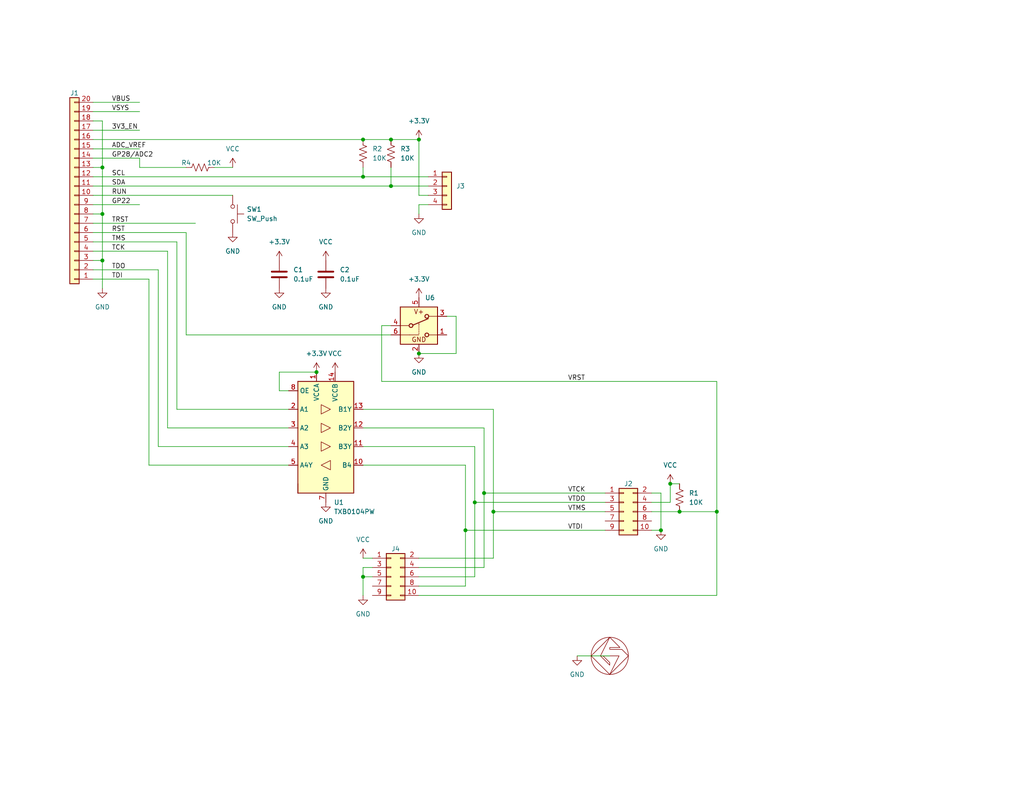
<source format=kicad_sch>
(kicad_sch (version 20230121) (generator eeschema)
  (paper "A")
  (title_block (title "Blaster Sidecar") (date "2024-03-03") (rev "0.0") (company "Steiert Solutions"))
  (lib_symbols
    (symbol "Connector_Generic:Conn_01x04" (pin_names (offset 1.016) hide)
      (property "Reference" "J" (at 0 5.08 0))
      (property "Value" "Conn_01x04" (at 0 -7.62 0))
      (symbol "Conn_01x04_1_1"
        (rectangle (start -1.27 -4.953) (end 0 -5.207) (stroke (width 0.1524)))
        (rectangle (start -1.27 -2.413) (end 0 -2.667) (stroke (width 0.1524)))
        (rectangle (start -1.27 0.127) (end 0 -0.127) (stroke (width 0.1524)))
        (rectangle (start -1.27 2.667) (end 0 2.413) (stroke (width 0.1524)))
        (rectangle (start -1.27 3.81) (end 1.27 -6.35) (stroke (width 0.254)) (fill (type background)))
        (pin passive line (at -5.08 2.54 0) (length 3.81) (name "Pin_1") (number "1"))
        (pin passive line (at -5.08 0 0) (length 3.81) (name "Pin_2") (number "2"))
        (pin passive line (at -5.08 -2.54 0) (length 3.81) (name "Pin_3") (number "3"))
        (pin passive line (at -5.08 -5.08 0) (length 3.81) (name "Pin_4") (number "4"))
      )
    )
    (symbol "Connector_Generic:Conn_01x20" (pin_names (offset 1.016) hide)
      (property "Reference" "J" (at 0 25.4 0))
      (property "Value" "Conn_01x20" (at 0 -27.94 0))
      (symbol "Conn_01x20_1_1"
        (rectangle (start -1.27 -25.273) (end 0 -25.527) (stroke (width 0.1524)))
        (rectangle (start -1.27 -22.733) (end 0 -22.987) (stroke (width 0.1524)))
        (rectangle (start -1.27 -20.193) (end 0 -20.447) (stroke (width 0.1524)))
        (rectangle (start -1.27 -17.653) (end 0 -17.907) (stroke (width 0.1524)))
        (rectangle (start -1.27 -15.113) (end 0 -15.367) (stroke (width 0.1524)))
        (rectangle (start -1.27 -12.573) (end 0 -12.827) (stroke (width 0.1524)))
        (rectangle (start -1.27 -10.033) (end 0 -10.287) (stroke (width 0.1524)))
        (rectangle (start -1.27 -7.493) (end 0 -7.747) (stroke (width 0.1524)))
        (rectangle (start -1.27 -4.953) (end 0 -5.207) (stroke (width 0.1524)))
        (rectangle (start -1.27 -2.413) (end 0 -2.667) (stroke (width 0.1524)))
        (rectangle (start -1.27 0.127) (end 0 -0.127) (stroke (width 0.1524)))
        (rectangle (start -1.27 2.667) (end 0 2.413) (stroke (width 0.1524)))
        (rectangle (start -1.27 5.207) (end 0 4.953) (stroke (width 0.1524)))
        (rectangle (start -1.27 7.747) (end 0 7.493) (stroke (width 0.1524)))
        (rectangle (start -1.27 10.287) (end 0 10.033) (stroke (width 0.1524)))
        (rectangle (start -1.27 12.827) (end 0 12.573) (stroke (width 0.1524)))
        (rectangle (start -1.27 15.367) (end 0 15.113) (stroke (width 0.1524)))
        (rectangle (start -1.27 17.907) (end 0 17.653) (stroke (width 0.1524)))
        (rectangle (start -1.27 20.447) (end 0 20.193) (stroke (width 0.1524)))
        (rectangle (start -1.27 22.987) (end 0 22.733) (stroke (width 0.1524)))
        (rectangle (start -1.27 24.13) (end 1.27 -26.67) (stroke (width 0.254)) (fill (type background)))
        (pin passive line (at -5.08 22.86 0) (length 3.81) (name "Pin_1") (number "1"))
        (pin passive line (at -5.08 0 0) (length 3.81) (name "Pin_10") (number "10"))
        (pin passive line (at -5.08 -2.54 0) (length 3.81) (name "Pin_11") (number "11"))
        (pin passive line (at -5.08 -5.08 0) (length 3.81) (name "Pin_12") (number "12"))
        (pin passive line (at -5.08 -7.62 0) (length 3.81) (name "Pin_13") (number "13"))
        (pin passive line (at -5.08 -10.16 0) (length 3.81) (name "Pin_14") (number "14"))
        (pin passive line (at -5.08 -12.7 0) (length 3.81) (name "Pin_15") (number "15"))
        (pin passive line (at -5.08 -15.24 0) (length 3.81) (name "Pin_16") (number "16"))
        (pin passive line (at -5.08 -17.78 0) (length 3.81) (name "Pin_17") (number "17"))
        (pin passive line (at -5.08 -20.32 0) (length 3.81) (name "Pin_18") (number "18"))
        (pin passive line (at -5.08 -22.86 0) (length 3.81) (name "Pin_19") (number "19"))
        (pin passive line (at -5.08 20.32 0) (length 3.81) (name "Pin_2") (number "2"))
        (pin passive line (at -5.08 -25.4 0) (length 3.81) (name "Pin_20") (number "20"))
        (pin passive line (at -5.08 17.78 0) (length 3.81) (name "Pin_3") (number "3"))
        (pin passive line (at -5.08 15.24 0) (length 3.81) (name "Pin_4") (number "4"))
        (pin passive line (at -5.08 12.7 0) (length 3.81) (name "Pin_5") (number "5"))
        (pin passive line (at -5.08 10.16 0) (length 3.81) (name "Pin_6") (number "6"))
        (pin passive line (at -5.08 7.62 0) (length 3.81) (name "Pin_7") (number "7"))
        (pin passive line (at -5.08 5.08 0) (length 3.81) (name "Pin_8") (number "8"))
        (pin passive line (at -5.08 2.54 0) (length 3.81) (name "Pin_9") (number "9"))
      )
    )
    (symbol "Connector_Generic:Conn_02x05_Odd_Even" (pin_names (offset 1.016) hide)
      (property "Reference" "J" (at 1.27 7.62 0))
      (property "Value" "Conn_02x05_Odd_Even" (at 1.27 -7.62 0))
      (symbol "Conn_02x05_Odd_Even_1_1"
        (rectangle (start -1.27 -4.953) (end 0 -5.207) (stroke (width 0.1524)))
        (rectangle (start -1.27 -2.413) (end 0 -2.667) (stroke (width 0.1524)))
        (rectangle (start -1.27 0.127) (end 0 -0.127) (stroke (width 0.1524)))
        (rectangle (start -1.27 2.667) (end 0 2.413) (stroke (width 0.1524)))
        (rectangle (start -1.27 5.207) (end 0 4.953) (stroke (width 0.1524)))
        (rectangle (start -1.27 6.35) (end 3.81 -6.35) (stroke (width 0.254)) (fill (type background)))
        (rectangle (start 3.81 -4.953) (end 2.54 -5.207) (stroke (width 0.1524)))
        (rectangle (start 3.81 -2.413) (end 2.54 -2.667) (stroke (width 0.1524)))
        (rectangle (start 3.81 0.127) (end 2.54 -0.127) (stroke (width 0.1524)))
        (rectangle (start 3.81 2.667) (end 2.54 2.413) (stroke (width 0.1524)))
        (rectangle (start 3.81 5.207) (end 2.54 4.953) (stroke (width 0.1524)))
        (pin passive line (at -5.08 5.08 0) (length 3.81) (name "Pin_1") (number "1"))
        (pin passive line (at 7.62 -5.08 180) (length 3.81) (name "Pin_10") (number "10"))
        (pin passive line (at 7.62 5.08 180) (length 3.81) (name "Pin_2") (number "2"))
        (pin passive line (at -5.08 2.54 0) (length 3.81) (name "Pin_3") (number "3"))
        (pin passive line (at 7.62 2.54 180) (length 3.81) (name "Pin_4") (number "4"))
        (pin passive line (at -5.08 0 0) (length 3.81) (name "Pin_5") (number "5"))
        (pin passive line (at 7.62 0 180) (length 3.81) (name "Pin_6") (number "6"))
        (pin passive line (at -5.08 -2.54 0) (length 3.81) (name "Pin_7") (number "7"))
        (pin passive line (at 7.62 -2.54 180) (length 3.81) (name "Pin_8") (number "8"))
        (pin passive line (at -5.08 -5.08 0) (length 3.81) (name "Pin_9") (number "9"))
      )
    )
    (symbol "Device:C" (pin_numbers hide) (pin_names (offset 0.254))
      (property "Reference" "C" (at 0.635 2.54 0))
      (property "Value" "C" (at 0.635 -2.54 0))
      (symbol "C_0_1"
        (polyline (pts (xy -2.032 -0.762) (xy 2.032 -0.762)) (stroke (width 0.508)))
        (polyline (pts (xy -2.032 0.762) (xy 2.032 0.762)) (stroke (width 0.508)))
      )
      (symbol "C_1_1"
        (pin passive line (at 0 3.81 270) (length 2.794) (name "~") (number "1"))
        (pin passive line (at 0 -3.81 90) (length 2.794) (name "~") (number "2"))
      )
    )
    (symbol "Device:R_US" (pin_numbers hide) (pin_names (offset 0))
      (property "Reference" "R" (at 2.54 0 90))
      (property "Value" "R_US" (at -2.54 0 90))
      (symbol "R_US_0_1"
        (polyline (pts (xy 0 -2.286) (xy 0 -2.54)))
        (polyline (pts (xy 0 2.286) (xy 0 2.54)))
        (polyline (pts (xy 0 -0.762) (xy 1.016 -1.143) (xy 0 -1.524) (xy -1.016 -1.905) (xy 0 -2.286)))
        (polyline (pts (xy 0 0.762) (xy 1.016 0.381) (xy 0 0) (xy -1.016 -0.381) (xy 0 -0.762)))
        (polyline (pts (xy 0 2.286) (xy 1.016 1.905) (xy 0 1.524) (xy -1.016 1.143) (xy 0 0.762)))
      )
      (symbol "R_US_1_1"
        (pin passive line (at 0 3.81 270) (length 1.27) (name "~") (number "1"))
        (pin passive line (at 0 -3.81 90) (length 1.27) (name "~") (number "2"))
      )
    )
    (symbol "Switch:SW_Push" (pin_numbers hide) (pin_names (offset 1.016) hide)
      (property "Reference" "SW" (at 1.27 2.54 0))
      (property "Value" "SW_Push" (at 0 -1.524 0))
      (symbol "SW_Push_0_1"
        (circle (center -2.032 0) (radius 0.508))
        (polyline (pts (xy 0 1.27) (xy 0 3.048)))
        (polyline (pts (xy 2.54 1.27) (xy -2.54 1.27)))
        (circle (center 2.032 0) (radius 0.508))
        (pin passive line (at -5.08 0 0) (length 2.54) (name "1") (number "1"))
        (pin passive line (at 5.08 0 180) (length 2.54) (name "2") (number "2"))
      )
    )
    (symbol "custom:GS_logo-custom" (pin_numbers hide) (pin_names (offset 0) hide)
      (symbol "GS_logo-custom_0_1"
        (polyline (pts (xy 0 -5.08) (xy 5.08 0)))
        (polyline (pts (xy -2.54 0) (xy 0 -2.54) (xy 0 -1.8288) (xy -1.8288 0)))
        (polyline (pts (xy 0 5.08) (xy -5.08 0) (xy 0 -5.08) (xy 2.54 0) (xy -2.54 0) (xy 0 5.08)))
        (polyline (pts (xy 5.08 0) (xy 3.302 1.778) (xy 0 1.778) (xy 0 2.286) (xy 2.794 2.286) (xy 0 5.08)))
        (circle (center 0 0) (radius 5.08))
      )
      (symbol "GS_logo-custom_1_1"
        (pin unspecified line (at 0 0 90) (length 0) hide (name "GS") (number "1"))
      )
    )
    (symbol "custom:SPDT-SOT-23" (pin_names (offset 0.127))
      (property "Reference" "U6" (at 3.81 3.81 0))
      (symbol "SPDT-SOT-23_1_0"
        (pin power_in line (at 0 -10.16 90) (length 2.54) (name "~") (number "2"))
        (pin power_in line (at 0 5.08 270) (length 2.54) (name "~") (number "5"))
      )
      (symbol "SPDT-SOT-23_1_1"
        (rectangle (start -5.08 2.54) (end 5.08 -7.62) (stroke (width 0.254)) (fill (type background)))
        (circle (center -2.159 -2.54) (radius 0.508) (stroke (width 0.254)))
        (polyline (pts (xy -5.08 -5.08) (xy -2.54 -5.08)))
        (polyline (pts (xy -5.08 -2.54) (xy -2.794 -2.54)))
        (polyline (pts (xy -2.54 -5.08) (xy 0 -5.08)))
        (polyline (pts (xy -1.651 -2.413) (xy 2.54 -0.635)) (stroke (width 0.254)))
        (polyline (pts (xy 0 -4.826) (xy 0 -4.572)))
        (polyline (pts (xy 0 -4.318) (xy 0 -4.064)))
        (polyline (pts (xy 0 -3.81) (xy 0 -3.556)))
        (polyline (pts (xy 0 -3.302) (xy 0 -3.048)))
        (polyline (pts (xy 0 -2.794) (xy 0 -2.54)))
        (polyline (pts (xy 0 -2.286) (xy 0 -2.032)))
        (polyline (pts (xy 0 -2.286) (xy 0 -2.032)))
        (polyline (pts (xy 5.08 -5.08) (xy 2.794 -5.08)))
        (polyline (pts (xy 5.08 0) (xy 2.794 0)))
        (circle (center 2.159 -5.08) (radius 0.508) (stroke (width 0.254)))
        (circle (center 2.159 0) (radius 0.508) (stroke (width 0.254)))
        (text "GND" (at 0 -6.35 0) (effects (font (size 1.27 1.27))))
        (text "V+" (at 0 1.27 0) (effects (font (size 1.27 1.27))))
        (pin passive line (at 7.62 -5.08 180) (length 2.54) (name "~") (number "1"))
        (pin passive line (at 7.62 0 180) (length 2.54) (name "~") (number "3"))
        (pin passive line (at -7.62 -2.54 0) (length 2.54) (name "~") (number "4"))
        (pin input line (at -7.62 -5.08 0) (length 2.54) (name "~") (number "6"))
      )
    )
    (symbol "custom:TXU0304PW"
      (property "Reference" "U" (at -6.35 16.51 0))
      (property "Value" "TXB0104PW" (at 3.81 16.51 0))
      (symbol "TXU0304PW_0_1"
        (rectangle (start -7.62 -15.24) (end -7.62 -12.7) (stroke (width 0.254)))
        (rectangle (start -7.62 15.24) (end 7.62 -15.24) (stroke (width 0.254)) (fill (type background)))
        (polyline (pts (xy -1.27 -1.27) (xy -1.27 -3.81) (xy 1.27 -2.54) (xy -1.27 -1.27)))
        (polyline (pts (xy -1.27 3.81) (xy -1.27 1.27) (xy 1.27 2.54) (xy -1.27 3.81)))
        (polyline (pts (xy -1.27 6.35) (xy 1.27 7.62) (xy -1.27 8.89) (xy -1.27 6.35)))
        (polyline (pts (xy 1.27 -6.35) (xy -1.27 -7.62) (xy 1.27 -8.89) (xy 1.27 -6.35)))
      )
      (symbol "TXU0304PW_1_1"
        (pin power_in line (at -2.54 17.78 270) (length 2.54) (name "VCCA") (number "1"))
        (pin bidirectional line (at 10.16 -7.62 180) (length 2.54) (name "B4") (number "10"))
        (pin bidirectional line (at 10.16 -2.54 180) (length 2.54) (name "B3Y") (number "11"))
        (pin bidirectional line (at 10.16 2.54 180) (length 2.54) (name "B2Y") (number "12"))
        (pin bidirectional line (at 10.16 7.62 180) (length 2.54) (name "B1Y") (number "13"))
        (pin power_in line (at 2.54 17.78 270) (length 2.54) (name "VCCB") (number "14"))
        (pin bidirectional line (at -10.16 7.62 0) (length 2.54) (name "A1") (number "2"))
        (pin bidirectional line (at -10.16 2.54 0) (length 2.54) (name "A2") (number "3"))
        (pin bidirectional line (at -10.16 -2.54 0) (length 2.54) (name "A3") (number "4"))
        (pin bidirectional line (at -10.16 -7.62 0) (length 2.54) (name "A4Y") (number "5"))
        (pin no_connect line (at -7.62 -12.7 0) (length 2.54) hide (name "NC") (number "6"))
        (pin power_in line (at 0 -17.78 90) (length 2.54) (name "GND") (number "7"))
        (pin input line (at -10.16 12.7 0) (length 2.54) (name "OE") (number "8"))
        (pin no_connect line (at 7.62 -12.7 180) (length 2.54) hide (name "NC") (number "9"))
      )
    )
    (symbol "power:+3.3V" (power) (pin_names (offset 0))
      (property "Value" "+3.3V" (at 0 3.556 0))
      (symbol "+3.3V_0_1"
        (polyline (pts (xy -0.762 1.27) (xy 0 2.54)))
        (polyline (pts (xy 0 0) (xy 0 2.54)))
        (polyline (pts (xy 0 2.54) (xy 0.762 1.27)))
      )
      (symbol "+3.3V_1_1"
        (pin power_in line (at 0 0 90) (length 0) hide (name "+3.3V") (number "1"))
      )
    )
    (symbol "power:GND" (power) (pin_names (offset 0))
      (property "Value" "GND" (at 0 -3.81 0))
      (symbol "GND_0_1"
        (polyline (pts (xy 0 0) (xy 0 -1.27) (xy 1.27 -1.27) (xy 0 -2.54) (xy -1.27 -1.27) (xy 0 -1.27)))
      )
      (symbol "GND_1_1"
        (pin power_in line (at 0 0 270) (length 0) hide (name "GND") (number "1"))
      )
    )
    (symbol "power:VCC" (power) (pin_names (offset 0))
      (property "Value" "VCC" (at 0 3.81 0))
      (symbol "VCC_0_1"
        (polyline (pts (xy -0.762 1.27) (xy 0 2.54)))
        (polyline (pts (xy 0 0) (xy 0 2.54)))
        (polyline (pts (xy 0 2.54) (xy 0.762 1.27)))
      )
      (symbol "VCC_1_1"
        (pin power_in line (at 0 0 90) (length 0) hide (name "VCC") (number "1"))
      )
    )
  )
  (junction (at 99.06 48.26))
  (junction (at 180.34 144.78))
  (junction (at 27.94 71.12))
  (junction (at 106.68 50.8))
  (junction (at 185.42 139.7))
  (junction (at 99.06 157.48))
  (junction (at 106.68 38.1))
  (junction (at 182.88 132.08))
  (junction (at 129.54 137.16))
  (junction (at 134.62 139.7))
  (junction (at 195.58 139.7))
  (junction (at 27.94 58.42))
  (junction (at 127 144.78))
  (junction (at 114.3 38.1))
  (junction (at 114.3 96.52))
  (junction (at 99.06 38.1))
  (junction (at 132.08 134.62))
  (junction (at 27.94 45.72))
  (junction (at 86.36 101.6))
  (wire (pts (xy 25.4 71.12) (xy 27.94 71.12)))
  (wire (pts (xy 25.4 66.04) (xy 48.26 66.04)))
  (wire (pts (xy 25.4 73.66) (xy 43.18 73.66)))
  (wire (pts (xy 124.46 86.36) (xy 121.92 86.36)))
  (wire (pts (xy 25.4 60.96) (xy 53.34 60.96)))
  (wire (pts (xy 116.84 53.34) (xy 114.3 53.34)))
  (wire (pts (xy 132.08 134.62) (xy 165.1 134.62)))
  (wire (pts (xy 132.08 134.62) (xy 132.08 116.84)))
  (wire (pts (xy 38.1 43.18) (xy 38.1 45.72)))
  (wire (pts (xy 104.14 104.14) (xy 195.58 104.14)))
  (wire (pts (xy 127 127) (xy 99.06 127)))
  (wire (pts (xy 99.06 48.26) (xy 116.84 48.26)))
  (wire (pts (xy 114.3 160.02) (xy 127 160.02)))
  (wire (pts (xy 114.3 53.34) (xy 114.3 38.1)))
  (wire (pts (xy 25.4 43.18) (xy 38.1 43.18)))
  (wire (pts (xy 27.94 58.42) (xy 27.94 71.12)))
  (wire (pts (xy 40.64 127) (xy 40.64 76.2)))
  (wire (pts (xy 45.72 68.58) (xy 45.72 116.84)))
  (wire (pts (xy 25.4 35.56) (xy 38.1 35.56)))
  (wire (pts (xy 182.88 132.08) (xy 185.42 132.08)))
  (wire (pts (xy 134.62 111.76) (xy 134.62 139.7)))
  (wire (pts (xy 116.84 55.88) (xy 114.3 55.88)))
  (wire (pts (xy 106.68 88.9) (xy 104.14 88.9)))
  (wire (pts (xy 43.18 121.92) (xy 43.18 73.66)))
  (wire (pts (xy 124.46 96.52) (xy 124.46 86.36)))
  (wire (pts (xy 25.4 53.34) (xy 63.5 53.34)))
  (wire (pts (xy 25.4 63.5) (xy 50.8 63.5)))
  (wire (pts (xy 129.54 137.16) (xy 165.1 137.16)))
  (wire (pts (xy 177.8 137.16) (xy 182.88 137.16)))
  (wire (pts (xy 25.4 55.88) (xy 38.1 55.88)))
  (wire (pts (xy 134.62 152.4) (xy 134.62 139.7)))
  (wire (pts (xy 106.68 50.8) (xy 116.84 50.8)))
  (wire (pts (xy 99.06 157.48) (xy 101.6 157.48)))
  (wire (pts (xy 50.8 63.5) (xy 50.8 91.44)))
  (wire (pts (xy 180.34 144.78) (xy 180.34 134.62)))
  (wire (pts (xy 101.6 154.94) (xy 99.06 154.94)))
  (wire (pts (xy 99.06 121.92) (xy 129.54 121.92)))
  (wire (pts (xy 134.62 139.7) (xy 165.1 139.7)))
  (wire (pts (xy 106.68 45.72) (xy 106.68 50.8)))
  (wire (pts (xy 99.06 38.1) (xy 106.68 38.1)))
  (wire (pts (xy 99.06 154.94) (xy 99.06 157.48)))
  (wire (pts (xy 78.74 106.68) (xy 76.2 106.68)))
  (wire (pts (xy 195.58 162.56) (xy 195.58 139.7)))
  (wire (pts (xy 25.4 38.1) (xy 99.06 38.1)))
  (wire (pts (xy 99.06 152.4) (xy 101.6 152.4)))
  (wire (pts (xy 48.26 111.76) (xy 48.26 66.04)))
  (wire (pts (xy 25.4 50.8) (xy 106.68 50.8)))
  (wire (pts (xy 127 144.78) (xy 165.1 144.78)))
  (wire (pts (xy 43.18 121.92) (xy 78.74 121.92)))
  (wire (pts (xy 99.06 116.84) (xy 132.08 116.84)))
  (wire (pts (xy 99.06 157.48) (xy 99.06 162.56)))
  (wire (pts (xy 177.8 134.62) (xy 180.34 134.62)))
  (wire (pts (xy 38.1 45.72) (xy 50.8 45.72)))
  (wire (pts (xy 25.4 68.58) (xy 45.72 68.58)))
  (wire (pts (xy 27.94 71.12) (xy 27.94 78.74)))
  (wire (pts (xy 25.4 45.72) (xy 27.94 45.72)))
  (wire (pts (xy 27.94 45.72) (xy 27.94 58.42)))
  (wire (pts (xy 25.4 33.02) (xy 27.94 33.02)))
  (wire (pts (xy 48.26 111.76) (xy 78.74 111.76)))
  (wire (pts (xy 134.62 111.76) (xy 99.06 111.76)))
  (wire (pts (xy 129.54 157.48) (xy 129.54 137.16)))
  (wire (pts (xy 25.4 40.64) (xy 38.1 40.64)))
  (wire (pts (xy 76.2 106.68) (xy 76.2 101.6)))
  (wire (pts (xy 99.06 45.72) (xy 99.06 48.26)))
  (wire (pts (xy 76.2 101.6) (xy 86.36 101.6)))
  (wire (pts (xy 114.3 55.88) (xy 114.3 58.42)))
  (wire (pts (xy 40.64 127) (xy 78.74 127)))
  (wire (pts (xy 157.48 179.07) (xy 166.37 179.07)))
  (wire (pts (xy 25.4 58.42) (xy 27.94 58.42)))
  (wire (pts (xy 132.08 154.94) (xy 132.08 134.62)))
  (wire (pts (xy 185.42 139.7) (xy 195.58 139.7)))
  (wire (pts (xy 129.54 121.92) (xy 129.54 137.16)))
  (wire (pts (xy 25.4 76.2) (xy 40.64 76.2)))
  (wire (pts (xy 127 144.78) (xy 127 127)))
  (wire (pts (xy 182.88 137.16) (xy 182.88 132.08)))
  (wire (pts (xy 177.8 144.78) (xy 180.34 144.78)))
  (wire (pts (xy 114.3 154.94) (xy 132.08 154.94)))
  (wire (pts (xy 58.42 45.72) (xy 63.5 45.72)))
  (wire (pts (xy 25.4 27.94) (xy 38.1 27.94)))
  (wire (pts (xy 114.3 38.1) (xy 106.68 38.1)))
  (wire (pts (xy 25.4 30.48) (xy 38.1 30.48)))
  (wire (pts (xy 127 160.02) (xy 127 144.78)))
  (wire (pts (xy 104.14 88.9) (xy 104.14 104.14)))
  (wire (pts (xy 114.3 157.48) (xy 129.54 157.48)))
  (wire (pts (xy 45.72 116.84) (xy 78.74 116.84)))
  (wire (pts (xy 114.3 152.4) (xy 134.62 152.4)))
  (wire (pts (xy 195.58 104.14) (xy 195.58 139.7)))
  (wire (pts (xy 177.8 139.7) (xy 185.42 139.7)))
  (wire (pts (xy 50.8 91.44) (xy 106.68 91.44)))
  (wire (pts (xy 25.4 48.26) (xy 99.06 48.26)))
  (wire (pts (xy 114.3 162.56) (xy 195.58 162.56)))
  (wire (pts (xy 114.3 96.52) (xy 124.46 96.52)))
  (wire (pts (xy 27.94 33.02) (xy 27.94 45.72)))
  (label "TDI" (at 30.48 76.2 0))
  (label "TDO" (at 30.48 73.66 0))
  (label "VTCK" (at 154.94 134.62 0))
  (label "GP28{slash}ADC2" (at 30.48 43.18 0))
  (label "VRST" (at 154.94 104.14 0))
  (label "VSYS" (at 30.48 30.48 0))
  (label "GP22" (at 30.48 55.88 0))
  (label "RST" (at 30.48 63.5 0))
  (label "SDA" (at 30.48 50.8 0))
  (label "VTMS" (at 154.94 139.7 0))
  (label "TRST" (at 30.48 60.96 0))
  (label "SCL" (at 30.48 48.26 0))
  (label "ADC_VREF" (at 30.48 40.64 0))
  (label "3V3_EN" (at 30.48 35.56 0))
  (label "RUN" (at 30.48 53.34 0))
  (label "VTDI" (at 154.94 144.78 0))
  (label "TMS" (at 30.48 66.04 0))
  (label "VTDO" (at 154.94 137.16 0))
  (label "TCK" (at 30.48 68.58 0))
  (label "VBUS" (at 30.48 27.94 0))
  (symbol (lib_id "power:GND") (at 180.34 144.78 0) (unit 1)
    (property "Reference" "#PWR018" (effects hide))
    (property "Value" "GND" (at 180.34 149.86 0))
  )
  (symbol (lib_id "Device:R_US") (at 185.42 135.89 0) (unit 1)
    (property "Reference" "R1" (at 187.96 134.62 0) (effects (justify left)))
    (property "Value" "10K" (at 187.96 137.16 0) (effects (justify left)))
    (property "Footprint" "Resistor_SMD:R_0603_1608Metric_Pad0.98x0.95mm_HandSolder" (effects hide))
  )
  (symbol (lib_id "power:+3.3V") (at 76.2 71.12 0) (unit 1)
    (property "Reference" "#PWR05" (effects hide))
    (property "Value" "+3.3V" (at 76.2 66.04 0))
  )
  (symbol (lib_id "power:GND") (at 114.3 58.42 0) (unit 1)
    (property "Reference" "#PWR022" (effects hide))
    (property "Value" "GND" (at 114.3 63.5 0))
  )
  (symbol (lib_id "power:GND") (at 27.94 78.74 0) (unit 1)
    (property "Reference" "#PWR01" (effects hide))
    (property "Value" "GND" (at 27.94 83.82 0))
  )
  (symbol (lib_id "custom:GS_logo-custom") (at 166.37 179.07 0) (unit 1)
    (property "Reference" "GS1" (effects hide))
    (property "Value" "GS_logo" (effects hide))
    (property "Footprint" "custom:gs_logo_200mil" (effects hide))
  )
  (symbol (lib_id "power:VCC") (at 63.5 45.72 0) (unit 1)
    (property "Reference" "#PWR023" (effects hide))
    (property "Value" "VCC" (at 63.5 40.64 0))
  )
  (symbol (lib_id "power:GND") (at 88.9 137.16 0) (unit 1)
    (property "Reference" "#PWR04" (effects hide))
    (property "Value" "GND" (at 88.9 142.24 0))
  )
  (symbol (lib_id "Connector_Generic:Conn_01x04") (at 121.92 50.8 0) (unit 1)
    (property "Reference" "J3" (at 124.46 50.8 0) (effects (justify left)))
    (property "Value" "Conn_01x04" (effects hide))
    (property "Footprint" "Connector_JST:JST_SH_SM04B-SRSS-TB_1x04-1MP_P1.00mm_Horizontal" (effects hide))
  )
  (symbol (lib_id "power:VCC") (at 99.06 152.4 0) (unit 1)
    (property "Reference" "#PWR010" (effects hide))
    (property "Value" "VCC" (at 99.06 147.32 0))
  )
  (symbol (lib_id "Device:R_US") (at 106.68 41.91 0) (unit 1)
    (property "Reference" "R3" (at 109.22 40.64 0) (effects (justify left)))
    (property "Value" "10K" (at 109.22 43.18 0) (effects (justify left)))
    (property "Footprint" "Resistor_SMD:R_0603_1608Metric_Pad0.98x0.95mm_HandSolder" (effects hide))
  )
  (symbol (lib_id "power:VCC") (at 91.44 101.6 0) (unit 1)
    (property "Reference" "#PWR03" (effects hide))
    (property "Value" "VCC" (at 91.44 96.52 0))
  )
  (symbol (lib_id "Device:C") (at 88.9 74.93 0) (unit 1)
    (property "Reference" "C2" (at 92.71 73.66 0) (effects (justify left)))
    (property "Value" "0.1uF" (at 92.71 76.2 0) (effects (justify left)))
    (property "Footprint" "Capacitor_SMD:C_0603_1608Metric_Pad1.08x0.95mm_HandSolder" (effects hide))
  )
  (symbol (lib_id "power:GND") (at 99.06 162.56 0) (unit 1)
    (property "Reference" "#PWR09" (effects hide))
    (property "Value" "GND" (at 99.06 167.64 0))
  )
  (symbol (lib_id "power:GND") (at 114.3 96.52 0) (unit 1)
    (property "Reference" "#PWR021" (effects hide))
    (property "Value" "GND" (at 114.3 101.6 0))
  )
  (symbol (lib_id "power:VCC") (at 88.9 71.12 0) (unit 1)
    (property "Reference" "#PWR06" (effects hide))
    (property "Value" "VCC" (at 88.9 66.04 0))
  )
  (symbol (lib_id "Device:R_US") (at 54.61 45.72 90) (unit 1)
    (property "Reference" "R4" (at 50.8 44.45 90))
    (property "Value" "10K" (at 58.42 44.45 90))
    (property "Footprint" "Resistor_SMD:R_0603_1608Metric_Pad0.98x0.95mm_HandSolder" (effects hide))
  )
  (symbol (lib_id "power:GND") (at 88.9 78.74 0) (unit 1)
    (property "Reference" "#PWR08" (effects hide))
    (property "Value" "GND" (at 88.9 83.82 0))
  )
  (symbol (lib_id "Connector_Generic:Conn_02x05_Odd_Even") (at 170.18 139.7 0) (unit 1)
    (property "Reference" "J2" (at 171.45 132.08 0))
    (property "Value" "Conn_02x05_Odd_Even" (effects hide))
    (property "Footprint" "custom:BHR-10-VSG-SMT_2x05_P2.54mm_Vertical_SMD" (effects hide))
  )
  (symbol (lib_id "power:+3.3V") (at 114.3 81.28 0) (unit 1)
    (property "Reference" "#PWR020" (effects hide))
    (property "Value" "+3.3V" (at 114.3 76.2 0))
  )
  (symbol (lib_id "power:GND") (at 157.48 179.07 0) (unit 1)
    (property "Reference" "#PWR011" (effects hide))
    (property "Value" "GND" (at 157.48 184.15 0))
  )
  (symbol (lib_id "power:+3.3V") (at 114.3 38.1 0) (unit 1)
    (property "Reference" "#PWR017" (effects hide))
    (property "Value" "+3.3V" (at 114.3 33.02 0))
  )
  (symbol (lib_id "custom:SPDT-SOT-23") (at 114.3 86.36 0) (unit 1)
    (property "Reference" "U6" (at 115.9511 81.28 0) (effects (justify left)))
    (property "Value" "TS5A63157DBV" (effects hide))
    (property "Footprint" "Package_TO_SOT_SMD:SOT-23-6" (effects hide))
    (property "Datasheet" "https://www.ti.com/lit/ds/symlink/ts5a63157.pdf" (effects hide))
  )
  (symbol (lib_id "Device:C") (at 76.2 74.93 0) (unit 1)
    (property "Reference" "C1" (at 80.01 73.66 0) (effects (justify left)))
    (property "Value" "0.1uF" (at 80.01 76.2 0) (effects (justify left)))
    (property "Footprint" "Capacitor_SMD:C_0603_1608Metric_Pad1.08x0.95mm_HandSolder" (effects hide))
  )
  (symbol (lib_id "Connector_Generic:Conn_02x05_Odd_Even") (at 106.68 157.48 0) (unit 1)
    (property "Reference" "J4" (at 107.95 149.86 0))
    (property "Value" "Conn_02x05_Odd_Even" (effects hide))
    (property "Footprint" "Connector_PinHeader_1.27mm:PinHeader_2x05_P1.27mm_Vertical_SMD" (effects hide))
  )
  (symbol (lib_id "power:VCC") (at 182.88 132.08 0) (unit 1)
    (property "Reference" "#PWR019" (effects hide))
    (property "Value" "VCC" (at 182.88 127 0))
  )
  (symbol (lib_id "power:GND") (at 76.2 78.74 0) (unit 1)
    (property "Reference" "#PWR07" (effects hide))
    (property "Value" "GND" (at 76.2 83.82 0))
  )
  (symbol (lib_id "Device:R_US") (at 99.06 41.91 0) (unit 1)
    (property "Reference" "R2" (at 101.6 40.64 0) (effects (justify left)))
    (property "Value" "10K" (at 101.6 43.18 0) (effects (justify left)))
    (property "Footprint" "Resistor_SMD:R_0603_1608Metric_Pad0.98x0.95mm_HandSolder" (effects hide))
  )
  (symbol (lib_id "custom:TXU0304PW") (at 88.9 119.38 0) (unit 1)
    (property "Reference" "U1" (at 91.0941 137.16 0) (effects (justify left)))
    (property "Value" "TXB0104PW" (at 91.0941 139.7 0) (effects (justify left)))
    (property "Footprint" "Package_SO:TSSOP-14_4.4x5mm_P0.65mm" (effects hide))
    (property "Datasheet" "http://www.ti.com/lit/ds/symlink/txb0104.pdf" (effects hide))
  )
  (symbol (lib_id "power:GND") (at 63.5 63.5 0) (unit 1)
    (property "Reference" "#PWR024" (effects hide))
    (property "Value" "GND" (at 63.5 68.58 0))
  )
  (symbol (lib_id "Switch:SW_Push") (at 63.5 58.42 270) (unit 1)
    (property "Reference" "SW1" (at 67.31 57.15 90) (effects (justify left)))
    (property "Value" "SW_Push" (at 67.31 59.69 90) (effects (justify left)))
    (property "Footprint" "Button_Switch_SMD:SW_Push_1P1T_NO_Vertical_Wuerth_434133025816" (effects hide))
  )
  (symbol (lib_id "power:+3.3V") (at 86.36 101.6 0) (unit 1)
    (property "Reference" "#PWR02" (effects hide))
    (property "Value" "+3.3V" (at 86.36 96.52 0))
  )
  (symbol (lib_id "Connector_Generic:Conn_01x20") (at 20.32 53.34 180) (unit 1)
    (property "Reference" "J1" (at 20.32 25.4 0))
    (property "Value" "Conn_01x20" (effects hide))
    (property "Footprint" "custom:Sidecar-20" (effects hide))
  )
)
</source>
